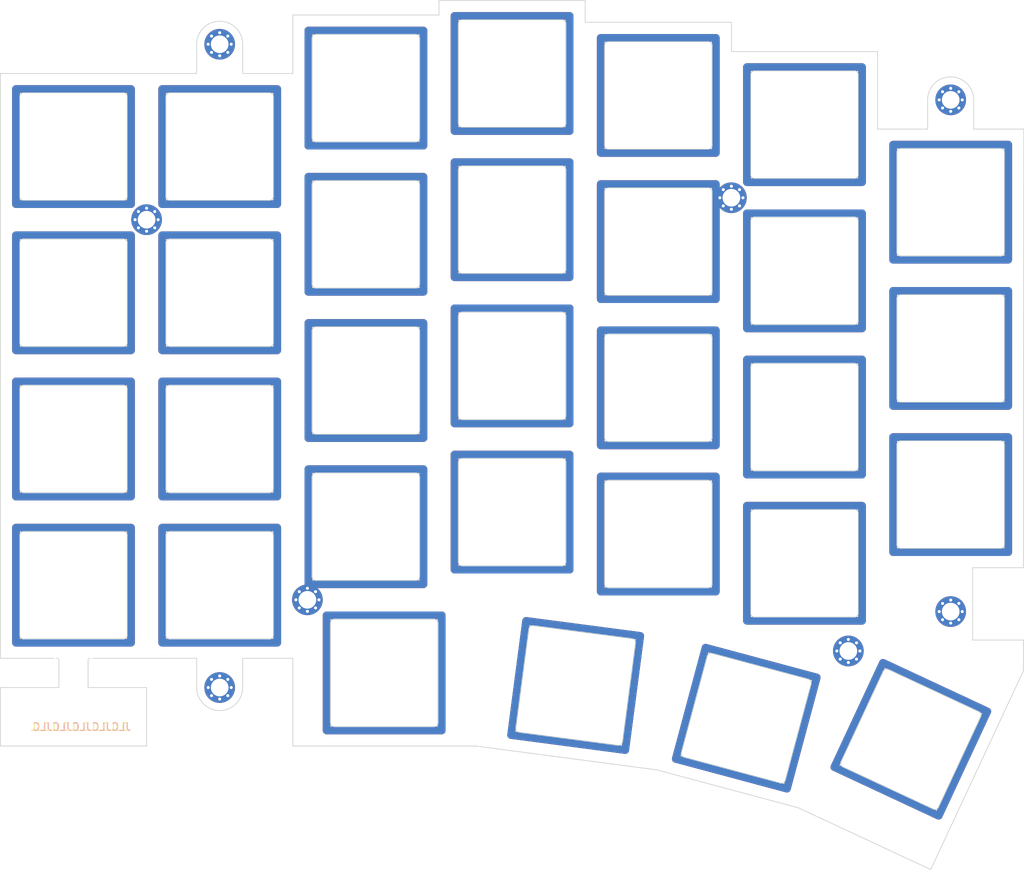
<source format=kicad_pcb>
(kicad_pcb (version 20221018) (generator pcbnew)
  (layers (0 "F.Cu" signal) (31 "B.Cu" signal) (34 "B.Paste" user) (35 "F.Paste" user) (36 "B.SilkS" user "B.Silkscreen") (37 "F.SilkS" user "F.Silkscreen") (38 "B.Mask" user) (39 "F.Mask" user) (44 "Edge.Cuts" user))
  (net 0 "")
  (footprint "0_tako:plate_cut_ecs_pad_NIZ" (layer "F.Cu") (at 141.97 31.4325)
    (fp_text reference "SW5")
    (fp_text value "SW_PUSH" hide)
    (fp_rect (start -7.5 -7.5) (end 7.5 7.5) (stroke (width 1)) (fill none) (layer "F.Cu"))
    (fp_rect (start -7.5 -7.5) (end 7.5 7.5) (stroke (width 1)) (fill none) (layer "B.Cu"))
    (fp_line (start -7 -6.5) (end -7 6.5) (stroke (width 0.1)) (layer "Edge.Cuts"))
    (fp_line (start -6.5 -7) (end 6.5 -7) (stroke (width 0.1)) (layer "Edge.Cuts"))
    (fp_line (start -6.5 7) (end 6.5 7) (stroke (width 0.1)) (layer "Edge.Cuts"))
    (fp_line (start 7 -6.5) (end 7 6.5) (stroke (width 0.1)) (layer "Edge.Cuts"))
    (fp_arc (start -7 -6.5) (mid -6.853553 -6.853553) (end -6.5 -7) (stroke (width 0.1)) (layer "Edge.Cuts"))
    (fp_arc (start -6.5 7) (mid -6.853526 6.853526) (end -7 6.5) (stroke (width 0.1)) (layer "Edge.Cuts"))
    (fp_arc (start 6.5 -7) (mid 6.853524 -6.853524) (end 7 -6.5) (stroke (width 0.1)) (layer "Edge.Cuts"))
    (fp_arc (start 7 6.5) (mid 6.853553 6.853553) (end 6.5 7) (stroke (width 0.1)) (layer "Edge.Cuts"))
  )
  (footprint "0_tako:plate_cut_ecs_pad_NIZ" (layer "F.Cu") (at 174.8755 115.327427 65)
    (fp_text reference "SW31")
    (fp_text value "SW_PUSH" hide)
    (fp_rect (start -7.5 -7.5) (end 7.5 7.5) (stroke (width 1)) (fill none) (layer "F.Cu"))
    (fp_rect (start -7.5 -7.5) (end 7.5 7.5) (stroke (width 1)) (fill none) (layer "B.Cu"))
    (fp_line (start -7 -6.5) (end -7 6.5) (stroke (width 0.1)) (layer "Edge.Cuts"))
    (fp_line (start -6.5 -7) (end 6.5 -7) (stroke (width 0.1)) (layer "Edge.Cuts"))
    (fp_line (start -6.5 7) (end 6.5 7) (stroke (width 0.1)) (layer "Edge.Cuts"))
    (fp_line (start 7 -6.5) (end 7 6.5) (stroke (width 0.1)) (layer "Edge.Cuts"))
    (fp_arc (start -7 -6.5) (mid -6.853553 -6.853553) (end -6.5 -7) (stroke (width 0.1)) (layer "Edge.Cuts"))
    (fp_arc (start -6.5 7) (mid -6.853526 6.853525) (end -7 6.5) (stroke (width 0.1)) (layer "Edge.Cuts"))
    (fp_arc (start 6.5 -7) (mid 6.853524 -6.853524) (end 7 -6.5) (stroke (width 0.1)) (layer "Edge.Cuts"))
    (fp_arc (start 7 6.5) (mid 6.853553 6.853553) (end 6.5 7) (stroke (width 0.1)) (layer "Edge.Cuts"))
  )
  (footprint "0_tako:plate_cut_ecs_pad_NIZ" (layer "F.Cu") (at 153.43104 112.579 -15)
    (fp_text reference "SW30")
    (fp_text value "SW_PUSH" hide)
    (fp_rect (start -7.5 -7.5) (end 7.5 7.5) (stroke (width 1)) (fill none) (layer "F.Cu"))
    (fp_rect (start -7.5 -7.5) (end 7.5 7.5) (stroke (width 1)) (fill none) (layer "B.Cu"))
    (fp_line (start -7 -6.5) (end -7 6.5) (stroke (width 0.1)) (layer "Edge.Cuts"))
    (fp_line (start -6.5 -7) (end 6.5 -7) (stroke (width 0.1)) (layer "Edge.Cuts"))
    (fp_line (start -6.5 7) (end 6.5 7) (stroke (width 0.1)) (layer "Edge.Cuts"))
    (fp_line (start 7 -6.5) (end 7 6.5) (stroke (width 0.1)) (layer "Edge.Cuts"))
    (fp_arc (start -7 -6.5) (mid -6.853553 -6.853553) (end -6.5 -7) (stroke (width 0.1)) (layer "Edge.Cuts"))
    (fp_arc (start -6.5 7) (mid -6.853525 6.853526) (end -7 6.5) (stroke (width 0.1)) (layer "Edge.Cuts"))
    (fp_arc (start 6.5 -7) (mid 6.853524 -6.853524) (end 7 -6.5) (stroke (width 0.1)) (layer "Edge.Cuts"))
    (fp_arc (start 7 6.5) (mid 6.853553 6.853553) (end 6.5 7) (stroke (width 0.1)) (layer "Edge.Cuts"))
  )
  (footprint "0_kbd:M2_HOLE_v3" (layer "F.Cu") (at 166.735 103.8225)
    (fp_text reference "H1" hide)
    (fp_text value "MountingHole")
    (pad "1" thru_hole circle (at -1.5 0) (size 0.5 0.5) (drill 0.4) (layers "*.Cu" "*.Mask"))
    (pad "1" thru_hole circle (at -1.06 -1.06) (size 0.5 0.5) (drill 0.4) (layers "*.Cu" "*.Mask"))
    (pad "1" thru_hole circle (at -1.06 1.06) (size 0.5 0.5) (drill 0.4) (layers "*.Cu" "*.Mask"))
    (pad "1" thru_hole circle (at 0 -1.5) (size 0.5 0.5) (drill 0.4) (layers "*.Cu" "*.Mask"))
    (pad "1" thru_hole circle (at 0 0) (size 4 4) (drill 2.3) (layers "*.Cu" "*.Mask"))
    (pad "1" thru_hole circle (at 0 1.5) (size 0.5 0.5) (drill 0.4) (layers "*.Cu" "*.Mask"))
    (pad "1" thru_hole circle (at 1.06 -1.06) (size 0.5 0.5) (drill 0.4) (layers "*.Cu" "*.Mask"))
    (pad "1" thru_hole circle (at 1.06 1.06) (size 0.5 0.5) (drill 0.4) (layers "*.Cu" "*.Mask"))
    (pad "1" thru_hole circle (at 1.5 0) (size 0.5 0.5) (drill 0.4) (layers "*.Cu" "*.Mask"))
  )
  (footprint "0_kbd:M2_HOLE_v3" (layer "F.Cu") (at 180.07 98.687573)
    (fp_text reference "H3" hide)
    (fp_text value "MountingHole")
    (pad "1" thru_hole circle (at -1.5 0) (size 0.5 0.5) (drill 0.4) (layers "*.Cu" "*.Mask"))
    (pad "1" thru_hole circle (at -1.06 -1.06) (size 0.5 0.5) (drill 0.4) (layers "*.Cu" "*.Mask"))
    (pad "1" thru_hole circle (at -1.06 1.06) (size 0.5 0.5) (drill 0.4) (layers "*.Cu" "*.Mask"))
    (pad "1" thru_hole circle (at 0 -1.5) (size 0.5 0.5) (drill 0.4) (layers "*.Cu" "*.Mask"))
    (pad "1" thru_hole circle (at 0 0) (size 4 4) (drill 2.3) (layers "*.Cu" "*.Mask"))
    (pad "1" thru_hole circle (at 0 1.5) (size 0.5 0.5) (drill 0.4) (layers "*.Cu" "*.Mask"))
    (pad "1" thru_hole circle (at 1.06 -1.06) (size 0.5 0.5) (drill 0.4) (layers "*.Cu" "*.Mask"))
    (pad "1" thru_hole circle (at 1.06 1.06) (size 0.5 0.5) (drill 0.4) (layers "*.Cu" "*.Mask"))
    (pad "1" thru_hole circle (at 1.5 0) (size 0.5 0.5) (drill 0.4) (layers "*.Cu" "*.Mask"))
  )
  (footprint "0_tako:plate_cut_ecs_pad_NIZ" (layer "F.Cu") (at 141.97 69.5325)
    (fp_text reference "SW18")
    (fp_text value "SW_PUSH" hide)
    (fp_rect (start -7.5 -7.5) (end 7.5 7.5) (stroke (width 1)) (fill none) (layer "F.Cu"))
    (fp_rect (start -7.5 -7.5) (end 7.5 7.5) (stroke (width 1)) (fill none) (layer "B.Cu"))
    (fp_line (start -7 -6.5) (end -7 6.5) (stroke (width 0.1)) (layer "Edge.Cuts"))
    (fp_line (start -6.5 -7) (end 6.5 -7) (stroke (width 0.1)) (layer "Edge.Cuts"))
    (fp_line (start -6.5 7) (end 6.5 7) (stroke (width 0.1)) (layer "Edge.Cuts"))
    (fp_line (start 7 -6.5) (end 7 6.5) (stroke (width 0.1)) (layer "Edge.Cuts"))
    (fp_arc (start -7 -6.5) (mid -6.853553 -6.853553) (end -6.5 -7) (stroke (width 0.1)) (layer "Edge.Cuts"))
    (fp_arc (start -6.5 7) (mid -6.853526 6.853526) (end -7 6.5) (stroke (width 0.1)) (layer "Edge.Cuts"))
    (fp_arc (start 6.5 -7) (mid 6.853524 -6.853524) (end 7 -6.5) (stroke (width 0.1)) (layer "Edge.Cuts"))
    (fp_arc (start 7 6.5) (mid 6.853553 6.853553) (end 6.5 7) (stroke (width 0.1)) (layer "Edge.Cuts"))
  )
  (footprint "0_tako:plate_cut_ecs_pad_NIZ" (layer "F.Cu") (at 141.97 88.5825)
    (fp_text reference "SW25")
    (fp_text value "SW_PUSH" hide)
    (fp_rect (start -7.5 -7.5) (end 7.5 7.5) (stroke (width 1)) (fill none) (layer "F.Cu"))
    (fp_rect (start -7.5 -7.5) (end 7.5 7.5) (stroke (width 1)) (fill none) (layer "B.Cu"))
    (fp_line (start -7 -6.5) (end -7 6.5) (stroke (width 0.1)) (layer "Edge.Cuts"))
    (fp_line (start -6.5 -7) (end 6.5 -7) (stroke (width 0.1)) (layer "Edge.Cuts"))
    (fp_line (start -6.5 7) (end 6.5 7) (stroke (width 0.1)) (layer "Edge.Cuts"))
    (fp_line (start 7 -6.5) (end 7 6.5) (stroke (width 0.1)) (layer "Edge.Cuts"))
    (fp_arc (start -7 -6.5) (mid -6.853553 -6.853553) (end -6.5 -7) (stroke (width 0.1)) (layer "Edge.Cuts"))
    (fp_arc (start -6.5 7) (mid -6.853526 6.853526) (end -7 6.5) (stroke (width 0.1)) (layer "Edge.Cuts"))
    (fp_arc (start 6.5 -7) (mid 6.853524 -6.853524) (end 7 -6.5) (stroke (width 0.1)) (layer "Edge.Cuts"))
    (fp_arc (start 7 6.5) (mid 6.853553 6.853553) (end 6.5 7) (stroke (width 0.1)) (layer "Edge.Cuts"))
  )
  (footprint "0_tako:plate_cut_ecs_pad_NIZ" (layer "F.Cu") (at 122.92 47.625)
    (fp_text reference "SW10")
    (fp_text value "SW_PUSH" hide)
    (fp_rect (start -7.5 -7.5) (end 7.5 7.5) (stroke (width 1)) (fill none) (layer "F.Cu"))
    (fp_rect (start -7.5 -7.5) (end 7.5 7.5) (stroke (width 1)) (fill none) (layer "B.Cu"))
    (fp_line (start -7 -6.5) (end -7 6.5) (stroke (width 0.1)) (layer "Edge.Cuts"))
    (fp_line (start -6.5 -7) (end 6.5 -7) (stroke (width 0.1)) (layer "Edge.Cuts"))
    (fp_line (start -6.5 7) (end 6.5 7) (stroke (width 0.1)) (layer "Edge.Cuts"))
    (fp_line (start 7 -6.5) (end 7 6.5) (stroke (width 0.1)) (layer "Edge.Cuts"))
    (fp_arc (start -7 -6.5) (mid -6.853553 -6.853553) (end -6.5 -7) (stroke (width 0.1)) (layer "Edge.Cuts"))
    (fp_arc (start -6.5 7) (mid -6.853526 6.853526) (end -7 6.5) (stroke (width 0.1)) (layer "Edge.Cuts"))
    (fp_arc (start 6.5 -7) (mid 6.853524 -6.853524) (end 7 -6.5) (stroke (width 0.1)) (layer "Edge.Cuts"))
    (fp_arc (start 7 6.5) (mid 6.853553 6.853553) (end 6.5 7) (stroke (width 0.1)) (layer "Edge.Cuts"))
  )
  (footprint "0_kbd:M2_HOLE_v3" (layer "F.Cu") (at 96.25 97.155)
    (fp_text reference "H2" hide)
    (fp_text value "MountingHole")
    (pad "1" thru_hole circle (at -1.5 0) (size 0.5 0.5) (drill 0.4) (layers "*.Cu" "*.Mask"))
    (pad "1" thru_hole circle (at -1.06 -1.06) (size 0.5 0.5) (drill 0.4) (layers "*.Cu" "*.Mask"))
    (pad "1" thru_hole circle (at -1.06 1.06) (size 0.5 0.5) (drill 0.4) (layers "*.Cu" "*.Mask"))
    (pad "1" thru_hole circle (at 0 -1.5) (size 0.5 0.5) (drill 0.4) (layers "*.Cu" "*.Mask"))
    (pad "1" thru_hole circle (at 0 0) (size 4 4) (drill 2.3) (layers "*.Cu" "*.Mask"))
    (pad "1" thru_hole circle (at 0 1.5) (size 0.5 0.5) (drill 0.4) (layers "*.Cu" "*.Mask"))
    (pad "1" thru_hole circle (at 1.06 -1.06) (size 0.5 0.5) (drill 0.4) (layers "*.Cu" "*.Mask"))
    (pad "1" thru_hole circle (at 1.06 1.06) (size 0.5 0.5) (drill 0.4) (layers "*.Cu" "*.Mask"))
    (pad "1" thru_hole circle (at 1.5 0) (size 0.5 0.5) (drill 0.4) (layers "*.Cu" "*.Mask"))
  )
  (footprint "0_tako:plate_cut_ecs_pad_NIZ" (layer "F.Cu") (at 65.77 57.15)
    (fp_text reference "SW7")
    (fp_text value "SW_PUSH" hide)
    (fp_rect (start -7.5 -7.5) (end 7.5 7.5) (stroke (width 1)) (fill none) (layer "F.Cu"))
    (fp_rect (start -7.5 -7.5) (end 7.5 7.5) (stroke (width 1)) (fill none) (layer "B.Cu"))
    (fp_line (start -7 -6.5) (end -7 6.5) (stroke (width 0.1)) (layer "Edge.Cuts"))
    (fp_line (start -6.5 -7) (end 6.5 -7) (stroke (width 0.1)) (layer "Edge.Cuts"))
    (fp_line (start -6.5 7) (end 6.5 7) (stroke (width 0.1)) (layer "Edge.Cuts"))
    (fp_line (start 7 -6.5) (end 7 6.5) (stroke (width 0.1)) (layer "Edge.Cuts"))
    (fp_arc (start -7 -6.5) (mid -6.853553 -6.853553) (end -6.5 -7) (stroke (width 0.1)) (layer "Edge.Cuts"))
    (fp_arc (start -6.5 7) (mid -6.853526 6.853526) (end -7 6.5) (stroke (width 0.1)) (layer "Edge.Cuts"))
    (fp_arc (start 6.5 -7) (mid 6.853524 -6.853524) (end 7 -6.5) (stroke (width 0.1)) (layer "Edge.Cuts"))
    (fp_arc (start 7 6.5) (mid 6.853553 6.853553) (end 6.5 7) (stroke (width 0.1)) (layer "Edge.Cuts"))
  )
  (footprint "0_tako:plate_cut_ecs_pad_NIZ" (layer "F.Cu") (at 103.87 68.58)
    (fp_text reference "SW16")
    (fp_text value "SW_PUSH" hide)
    (fp_rect (start -7.5 -7.5) (end 7.5 7.5) (stroke (width 1)) (fill none) (layer "F.Cu"))
    (fp_rect (start -7.5 -7.5) (end 7.5 7.5) (stroke (width 1)) (fill none) (layer "B.Cu"))
    (fp_line (start -7 -6.5) (end -7 6.5) (stroke (width 0.1)) (layer "Edge.Cuts"))
    (fp_line (start -6.5 -7) (end 6.5 -7) (stroke (width 0.1)) (layer "Edge.Cuts"))
    (fp_line (start -6.5 7) (end 6.5 7) (stroke (width 0.1)) (layer "Edge.Cuts"))
    (fp_line (start 7 -6.5) (end 7 6.5) (stroke (width 0.1)) (layer "Edge.Cuts"))
    (fp_arc (start -7 -6.5) (mid -6.853553 -6.853553) (end -6.5 -7) (stroke (width 0.1)) (layer "Edge.Cuts"))
    (fp_arc (start -6.5 7) (mid -6.853526 6.853526) (end -7 6.5) (stroke (width 0.1)) (layer "Edge.Cuts"))
    (fp_arc (start 6.5 -7) (mid 6.853524 -6.853524) (end 7 -6.5) (stroke (width 0.1)) (layer "Edge.Cuts"))
    (fp_arc (start 7 6.5) (mid 6.853553 6.853553) (end 6.5 7) (stroke (width 0.1)) (layer "Edge.Cuts"))
  )
  (footprint "0_tako:plate_cut_ecs_pad_NIZ" (layer "F.Cu") (at 180.07 45.347573)
    (fp_text reference "SW13")
    (fp_text value "SW_PUSH" hide)
    (fp_rect (start -7.5 -7.5) (end 7.5 7.5) (stroke (width 1)) (fill none) (layer "F.Cu"))
    (fp_rect (start -7.5 -7.5) (end 7.5 7.5) (stroke (width 1)) (fill none) (layer "B.Cu"))
    (fp_line (start -7 -6.5) (end -7 6.5) (stroke (width 0.1)) (layer "Edge.Cuts"))
    (fp_line (start -6.5 -7) (end 6.5 -7) (stroke (width 0.1)) (layer "Edge.Cuts"))
    (fp_line (start -6.5 7) (end 6.5 7) (stroke (width 0.1)) (layer "Edge.Cuts"))
    (fp_line (start 7 -6.5) (end 7 6.5) (stroke (width 0.1)) (layer "Edge.Cuts"))
    (fp_arc (start -7 -6.5) (mid -6.853553 -6.853553) (end -6.5 -7) (stroke (width 0.1)) (layer "Edge.Cuts"))
    (fp_arc (start -6.5 7) (mid -6.853526 6.853526) (end -7 6.5) (stroke (width 0.1)) (layer "Edge.Cuts"))
    (fp_arc (start 6.5 -7) (mid 6.853524 -6.853524) (end 7 -6.5) (stroke (width 0.1)) (layer "Edge.Cuts"))
    (fp_arc (start 7 6.5) (mid 6.853553 6.853553) (end 6.5 7) (stroke (width 0.1)) (layer "Edge.Cuts"))
  )
  (footprint "0_tako:plate_cut_ecs_pad_NIZ" (layer "F.Cu") (at 65.77 38.1)
    (fp_text reference "SW1")
    (fp_text value "SW_PUSH" hide)
    (fp_rect (start -7.5 -7.5) (end 7.5 7.5) (stroke (width 1)) (fill none) (layer "F.Cu"))
    (fp_rect (start -7.5 -7.5) (end 7.5 7.5) (stroke (width 1)) (fill none) (layer "B.Cu"))
    (fp_line (start -7 -6.5) (end -7 6.5) (stroke (width 0.1)) (layer "Edge.Cuts"))
    (fp_line (start -6.5 -7) (end 6.5 -7) (stroke (width 0.1)) (layer "Edge.Cuts"))
    (fp_line (start -6.5 7) (end 6.5 7) (stroke (width 0.1)) (layer "Edge.Cuts"))
    (fp_line (start 7 -6.5) (end 7 6.5) (stroke (width 0.1)) (layer "Edge.Cuts"))
    (fp_arc (start -7 -6.5) (mid -6.853553 -6.853553) (end -6.5 -7) (stroke (width 0.1)) (layer "Edge.Cuts"))
    (fp_arc (start -6.5 7) (mid -6.853526 6.853526) (end -7 6.5) (stroke (width 0.1)) (layer "Edge.Cuts"))
    (fp_arc (start 6.5 -7) (mid 6.853524 -6.853524) (end 7 -6.5) (stroke (width 0.1)) (layer "Edge.Cuts"))
    (fp_arc (start 7 6.5) (mid 6.853553 6.853553) (end 6.5 7) (stroke (width 0.1)) (layer "Edge.Cuts"))
  )
  (footprint "0_tako:plate_cut_ecs_pad_NIZ" (layer "F.Cu") (at 122.92 28.575)
    (fp_text reference "SW4")
    (fp_text value "SW_PUSH" hide)
    (fp_rect (start -7.5 -7.5) (end 7.5 7.5) (stroke (width 1)) (fill none) (layer "F.Cu"))
    (fp_rect (start -7.5 -7.5) (end 7.5 7.5) (stroke (width 1)) (fill none) (layer "B.Cu"))
    (fp_line (start -7 -6.5) (end -7 6.5) (stroke (width 0.1)) (layer "Edge.Cuts"))
    (fp_line (start -6.5 -7) (end 6.5 -7) (stroke (width 0.1)) (layer "Edge.Cuts"))
    (fp_line (start -6.5 7) (end 6.5 7) (stroke (width 0.1)) (layer "Edge.Cuts"))
    (fp_line (start 7 -6.5) (end 7 6.5) (stroke (width 0.1)) (layer "Edge.Cuts"))
    (fp_arc (start -7 -6.5) (mid -6.853553 -6.853553) (end -6.5 -7) (stroke (width 0.1)) (layer "Edge.Cuts"))
    (fp_arc (start -6.5 7) (mid -6.853526 6.853526) (end -7 6.5) (stroke (width 0.1)) (layer "Edge.Cuts"))
    (fp_arc (start 6.5 -7) (mid 6.853524 -6.853524) (end 7 -6.5) (stroke (width 0.1)) (layer "Edge.Cuts"))
    (fp_arc (start 7 6.5) (mid 6.853553 6.853553) (end 6.5 7) (stroke (width 0.1)) (layer "Edge.Cuts"))
  )
  (footprint "0_kbd:M2_HOLE_v3" (layer "F.Cu") (at 84.82 24.765)
    (fp_text reference "H3" hide)
    (fp_text value "MountingHole")
    (pad "1" thru_hole circle (at -1.5 0) (size 0.5 0.5) (drill 0.4) (layers "*.Cu" "*.Mask"))
    (pad "1" thru_hole circle (at -1.06 -1.06) (size 0.5 0.5) (drill 0.4) (layers "*.Cu" "*.Mask"))
    (pad "1" thru_hole circle (at -1.06 1.06) (size 0.5 0.5) (drill 0.4) (layers "*.Cu" "*.Mask"))
    (pad "1" thru_hole circle (at 0 -1.5) (size 0.5 0.5) (drill 0.4) (layers "*.Cu" "*.Mask"))
    (pad "1" thru_hole circle (at 0 0) (size 4 4) (drill 2.3) (layers "*.Cu" "*.Mask"))
    (pad "1" thru_hole circle (at 0 1.5) (size 0.5 0.5) (drill 0.4) (layers "*.Cu" "*.Mask"))
    (pad "1" thru_hole circle (at 1.06 -1.06) (size 0.5 0.5) (drill 0.4) (layers "*.Cu" "*.Mask"))
    (pad "1" thru_hole circle (at 1.06 1.06) (size 0.5 0.5) (drill 0.4) (layers "*.Cu" "*.Mask"))
    (pad "1" thru_hole circle (at 1.5 0) (size 0.5 0.5) (drill 0.4) (layers "*.Cu" "*.Mask"))
  )
  (footprint "0_tako:plate_cut_ecs_pad_NIZ" (layer "F.Cu") (at 65.77 95.25)
    (fp_text reference "SW21")
    (fp_text value "SW_PUSH" hide)
    (fp_rect (start -7.5 -7.5) (end 7.5 7.5) (stroke (width 1)) (fill none) (layer "F.Cu"))
    (fp_rect (start -7.5 -7.5) (end 7.5 7.5) (stroke (width 1)) (fill none) (layer "B.Cu"))
    (fp_line (start -7 -6.5) (end -7 6.5) (stroke (width 0.1)) (layer "Edge.Cuts"))
    (fp_line (start -6.5 -7) (end 6.5 -7) (stroke (width 0.1)) (layer "Edge.Cuts"))
    (fp_line (start -6.5 7) (end 6.5 7) (stroke (width 0.1)) (layer "Edge.Cuts"))
    (fp_line (start 7 -6.5) (end 7 6.5) (stroke (width 0.1)) (layer "Edge.Cuts"))
    (fp_arc (start -7 -6.5) (mid -6.853553 -6.853553) (end -6.5 -7) (stroke (width 0.1)) (layer "Edge.Cuts"))
    (fp_arc (start -6.5 7) (mid -6.853526 6.853526) (end -7 6.5) (stroke (width 0.1)) (layer "Edge.Cuts"))
    (fp_arc (start 6.5 -7) (mid 6.853524 -6.853524) (end 7 -6.5) (stroke (width 0.1)) (layer "Edge.Cuts"))
    (fp_arc (start 7 6.5) (mid 6.853553 6.853553) (end 6.5 7) (stroke (width 0.1)) (layer "Edge.Cuts"))
  )
  (footprint "0_tako:plate_cut_ecs_pad_NIZ" (layer "F.Cu") (at 103.87 87.63)
    (fp_text reference "SW23")
    (fp_text value "SW_PUSH" hide)
    (fp_rect (start -7.5 -7.5) (end 7.5 7.5) (stroke (width 1)) (fill none) (layer "F.Cu"))
    (fp_rect (start -7.5 -7.5) (end 7.5 7.5) (stroke (width 1)) (fill none) (layer "B.Cu"))
    (fp_line (start -7 -6.5) (end -7 6.5) (stroke (width 0.1)) (layer "Edge.Cuts"))
    (fp_line (start -6.5 -7) (end 6.5 -7) (stroke (width 0.1)) (layer "Edge.Cuts"))
    (fp_line (start -6.5 7) (end 6.5 7) (stroke (width 0.1)) (layer "Edge.Cuts"))
    (fp_line (start 7 -6.5) (end 7 6.5) (stroke (width 0.1)) (layer "Edge.Cuts"))
    (fp_arc (start -7 -6.5) (mid -6.853553 -6.853553) (end -6.5 -7) (stroke (width 0.1)) (layer "Edge.Cuts"))
    (fp_arc (start -6.5 7) (mid -6.853526 6.853526) (end -7 6.5) (stroke (width 0.1)) (layer "Edge.Cuts"))
    (fp_arc (start 6.5 -7) (mid 6.853524 -6.853524) (end 7 -6.5) (stroke (width 0.1)) (layer "Edge.Cuts"))
    (fp_arc (start 7 6.5) (mid 6.853553 6.853553) (end 6.5 7) (stroke (width 0.1)) (layer "Edge.Cuts"))
  )
  (footprint "0_tako:plate_cut_ecs_pad_NIZ" (layer "F.Cu") (at 84.82 57.15)
    (fp_text reference "SW8")
    (fp_text value "SW_PUSH" hide)
    (fp_rect (start -7.5 -7.5) (end 7.5 7.5) (stroke (width 1)) (fill none) (layer "F.Cu"))
    (fp_rect (start -7.5 -7.5) (end 7.5 7.5) (stroke (width 1)) (fill none) (layer "B.Cu"))
    (fp_line (start -7 -6.5) (end -7 6.5) (stroke (width 0.1)) (layer "Edge.Cuts"))
    (fp_line (start -6.5 -7) (end 6.5 -7) (stroke (width 0.1)) (layer "Edge.Cuts"))
    (fp_line (start -6.5 7) (end 6.5 7) (stroke (width 0.1)) (layer "Edge.Cuts"))
    (fp_line (start 7 -6.5) (end 7 6.5) (stroke (width 0.1)) (layer "Edge.Cuts"))
    (fp_arc (start -7 -6.5) (mid -6.853553 -6.853553) (end -6.5 -7) (stroke (width 0.1)) (layer "Edge.Cuts"))
    (fp_arc (start -6.5 7) (mid -6.853526 6.853526) (end -7 6.5) (stroke (width 0.1)) (layer "Edge.Cuts"))
    (fp_arc (start 6.5 -7) (mid 6.853524 -6.853524) (end 7 -6.5) (stroke (width 0.1)) (layer "Edge.Cuts"))
    (fp_arc (start 7 6.5) (mid 6.853553 6.853553) (end 6.5 7) (stroke (width 0.1)) (layer "Edge.Cuts"))
  )
  (footprint "0_tako:plate_cut_ecs_pad_NIZ" (layer "F.Cu") (at 65.77 76.2)
    (fp_text reference "SW14")
    (fp_text value "SW_PUSH" hide)
    (fp_rect (start -7.5 -7.5) (end 7.5 7.5) (stroke (width 1)) (fill none) (layer "F.Cu"))
    (fp_rect (start -7.5 -7.5) (end 7.5 7.5) (stroke (width 1)) (fill none) (layer "B.Cu"))
    (fp_line (start -7 -6.5) (end -7 6.5) (stroke (width 0.1)) (layer "Edge.Cuts"))
    (fp_line (start -6.5 -7) (end 6.5 -7) (stroke (width 0.1)) (layer "Edge.Cuts"))
    (fp_line (start -6.5 7) (end 6.5 7) (stroke (width 0.1)) (layer "Edge.Cuts"))
    (fp_line (start 7 -6.5) (end 7 6.5) (stroke (width 0.1)) (layer "Edge.Cuts"))
    (fp_arc (start -7 -6.5) (mid -6.853553 -6.853553) (end -6.5 -7) (stroke (width 0.1)) (layer "Edge.Cuts"))
    (fp_arc (start -6.5 7) (mid -6.853526 6.853526) (end -7 6.5) (stroke (width 0.1)) (layer "Edge.Cuts"))
    (fp_arc (start 6.5 -7) (mid 6.853524 -6.853524) (end 7 -6.5) (stroke (width 0.1)) (layer "Edge.Cuts"))
    (fp_arc (start 7 6.5) (mid 6.853553 6.853553) (end 6.5 7) (stroke (width 0.1)) (layer "Edge.Cuts"))
  )
  (footprint "0_tako:plate_cut_ecs_pad_NIZ" (layer "F.Cu") (at 161.02 73.3425)
    (fp_text reference "SW19")
    (fp_text value "SW_PUSH" hide)
    (fp_rect (start -7.5 -7.5) (end 7.5 7.5) (stroke (width 1)) (fill none) (layer "F.Cu"))
    (fp_rect (start -7.5 -7.5) (end 7.5 7.5) (stroke (width 1)) (fill none) (layer "B.Cu"))
    (fp_line (start -7 -6.5) (end -7 6.5) (stroke (width 0.1)) (layer "Edge.Cuts"))
    (fp_line (start -6.5 -7) (end 6.5 -7) (stroke (width 0.1)) (layer "Edge.Cuts"))
    (fp_line (start -6.5 7) (end 6.5 7) (stroke (width 0.1)) (layer "Edge.Cuts"))
    (fp_line (start 7 -6.5) (end 7 6.5) (stroke (width 0.1)) (layer "Edge.Cuts"))
    (fp_arc (start -7 -6.5) (mid -6.853553 -6.853553) (end -6.5 -7) (stroke (width 0.1)) (layer "Edge.Cuts"))
    (fp_arc (start -6.5 7) (mid -6.853526 6.853526) (end -7 6.5) (stroke (width 0.1)) (layer "Edge.Cuts"))
    (fp_arc (start 6.5 -7) (mid 6.853524 -6.853524) (end 7 -6.5) (stroke (width 0.1)) (layer "Edge.Cuts"))
    (fp_arc (start 7 6.5) (mid 6.853553 6.853553) (end 6.5 7) (stroke (width 0.1)) (layer "Edge.Cuts"))
  )
  (footprint "0_kbd:M2_HOLE_v3" (layer "F.Cu") (at 84.82 108.585)
    (fp_text reference "H3" hide)
    (fp_text value "MountingHole")
    (pad "1" thru_hole circle (at -1.5 0) (size 0.5 0.5) (drill 0.4) (layers "*.Cu" "*.Mask"))
    (pad "1" thru_hole circle (at -1.06 -1.06) (size 0.5 0.5) (drill 0.4) (layers "*.Cu" "*.Mask"))
    (pad "1" thru_hole circle (at -1.06 1.06) (size 0.5 0.5) (drill 0.4) (layers "*.Cu" "*.Mask"))
    (pad "1" thru_hole circle (at 0 -1.5) (size 0.5 0.5) (drill 0.4) (layers "*.Cu" "*.Mask"))
    (pad "1" thru_hole circle (at 0 0) (size 4 4) (drill 2.3) (layers "*.Cu" "*.Mask"))
    (pad "1" thru_hole circle (at 0 1.5) (size 0.5 0.5) (drill 0.4) (layers "*.Cu" "*.Mask"))
    (pad "1" thru_hole circle (at 1.06 -1.06) (size 0.5 0.5) (drill 0.4) (layers "*.Cu" "*.Mask"))
    (pad "1" thru_hole circle (at 1.06 1.06) (size 0.5 0.5) (drill 0.4) (layers "*.Cu" "*.Mask"))
    (pad "1" thru_hole circle (at 1.5 0) (size 0.5 0.5) (drill 0.4) (layers "*.Cu" "*.Mask"))
  )
  (footprint "0_tako:plate_cut_ecs_pad_NIZ" (layer "F.Cu") (at 141.97 50.4825)
    (fp_text reference "SW11")
    (fp_text value "SW_PUSH" hide)
    (fp_rect (start -7.5 -7.5) (end 7.5 7.5) (stroke (width 1)) (fill none) (layer "F.Cu"))
    (fp_rect (start -7.5 -7.5) (end 7.5 7.5) (stroke (width 1)) (fill none) (layer "B.Cu"))
    (fp_line (start -7 -6.5) (end -7 6.5) (stroke (width 0.1)) (layer "Edge.Cuts"))
    (fp_line (start -6.5 -7) (end 6.5 -7) (stroke (width 0.1)) (layer "Edge.Cuts"))
    (fp_line (start -6.5 7) (end 6.5 7) (stroke (width 0.1)) (layer "Edge.Cuts"))
    (fp_line (start 7 -6.5) (end 7 6.5) (stroke (width 0.1)) (layer "Edge.Cuts"))
    (fp_arc (start -7 -6.5) (mid -6.853553 -6.853553) (end -6.5 -7) (stroke (width 0.1)) (layer "Edge.Cuts"))
    (fp_arc (start -6.5 7) (mid -6.853526 6.853526) (end -7 6.5) (stroke (width 0.1)) (layer "Edge.Cuts"))
    (fp_arc (start 6.5 -7) (mid 6.853524 -6.853524) (end 7 -6.5) (stroke (width 0.1)) (layer "Edge.Cuts"))
    (fp_arc (start 7 6.5) (mid 6.853553 6.853553) (end 6.5 7) (stroke (width 0.1)) (layer "Edge.Cuts"))
  )
  (footprint "0_kbd:M2_HOLE_v3" (layer "F.Cu") (at 180.07 32.012573)
    (fp_text reference "H3" hide)
    (fp_text value "MountingHole")
    (pad "1" thru_hole circle (at -1.5 0) (size 0.5 0.5) (drill 0.4) (layers "*.Cu" "*.Mask"))
    (pad "1" thru_hole circle (at -1.06 -1.06) (size 0.5 0.5) (drill 0.4) (layers "*.Cu" "*.Mask"))
    (pad "1" thru_hole circle (at -1.06 1.06) (size 0.5 0.5) (drill 0.4) (layers "*.Cu" "*.Mask"))
    (pad "1" thru_hole circle (at 0 -1.5) (size 0.5 0.5) (drill 0.4) (layers "*.Cu" "*.Mask"))
    (pad "1" thru_hole circle (at 0 0) (size 4 4) (drill 2.3) (layers "*.Cu" "*.Mask"))
    (pad "1" thru_hole circle (at 0 1.5) (size 0.5 0.5) (drill 0.4) (layers "*.Cu" "*.Mask"))
    (pad "1" thru_hole circle (at 1.06 -1.06) (size 0.5 0.5) (drill 0.4) (layers "*.Cu" "*.Mask"))
    (pad "1" thru_hole circle (at 1.06 1.06) (size 0.5 0.5) (drill 0.4) (layers "*.Cu" "*.Mask"))
    (pad "1" thru_hole circle (at 1.5 0) (size 0.5 0.5) (drill 0.4) (layers "*.Cu" "*.Mask"))
  )
  (footprint "0_tako:plate_cut_ecs_pad_NIZ" (layer "F.Cu") (at 180.07 64.397573)
    (fp_text reference "SW20")
    (fp_text value "SW_PUSH" hide)
    (fp_rect (start -7.5 -7.5) (end 7.5 7.5) (stroke (width 1)) (fill none) (layer "F.Cu"))
    (fp_rect (start -7.5 -7.5) (end 7.5 7.5) (stroke (width 1)) (fill none) (layer "B.Cu"))
    (fp_line (start -7 -6.5) (end -7 6.5) (stroke (width 0.1)) (layer "Edge.Cuts"))
    (fp_line (start -6.5 -7) (end 6.5 -7) (stroke (width 0.1)) (layer "Edge.Cuts"))
    (fp_line (start -6.5 7) (end 6.5 7) (stroke (width 0.1)) (layer "Edge.Cuts"))
    (fp_line (start 7 -6.5) (end 7 6.5) (stroke (width 0.1)) (layer "Edge.Cuts"))
    (fp_arc (start -7 -6.5) (mid -6.853553 -6.853553) (end -6.5 -7) (stroke (width 0.1)) (layer "Edge.Cuts"))
    (fp_arc (start -6.5 7) (mid -6.853526 6.853526) (end -7 6.5) (stroke (width 0.1)) (layer "Edge.Cuts"))
    (fp_arc (start 6.5 -7) (mid 6.853524 -6.853524) (end 7 -6.5) (stroke (width 0.1)) (layer "Edge.Cuts"))
    (fp_arc (start 7 6.5) (mid 6.853553 6.853553) (end 6.5 7) (stroke (width 0.1)) (layer "Edge.Cuts"))
  )
  (footprint "0_kbd:Breakaway_Tabs" (layer "F.Cu") (at 65.77 104.775)
    (fp_text reference "REF**")
    (fp_text value "Breakaway_Tabs")
    (pad "" np_thru_hole circle (at -2.375 0) (size 0.3 0.3) (drill 0.3) (layers "*.Cu" "*.Mask"))
    (pad "" np_thru_hole circle (at -1.78125 0) (size 0.3 0.3) (drill 0.3) (layers "*.Cu" "*.Mask"))
    (pad "" np_thru_hole circle (at -1.1875 0) (size 0.3 0.3) (drill 0.3) (layers "*.Cu" "*.Mask"))
    (pad "" np_thru_hole circle (at -0.59375 0) (size 0.3 0.3) (drill 0.3) (layers "*.Cu" "*.Mask"))
    (pad "" np_thru_hole circle (at 0 0) (size 0.3 0.3) (drill 0.3) (layers "*.Cu" "*.Mask"))
    (pad "" np_thru_hole circle (at 0.59375 0) (size 0.3 0.3) (drill 0.3) (layers "*.Cu" "*.Mask"))
    (pad "" np_thru_hole circle (at 1.1875 0) (size 0.3 0.3) (drill 0.3) (layers "*.Cu" "*.Mask"))
    (pad "" np_thru_hole circle (at 1.78125 0) (size 0.3 0.3) (drill 0.3) (layers "*.Cu" "*.Mask"))
    (pad "" np_thru_hole circle (at 2.375 0) (size 0.3 0.3) (drill 0.3) (layers "*.Cu" "*.Mask"))
  )
  (footprint "0_tako:plate_cut_ecs_pad_NIZ" (layer "F.Cu") (at 180.07 83.447573)
    (fp_text reference "SW27")
    (fp_text value "SW_PUSH" hide)
    (fp_rect (start -7.5 -7.5) (end 7.5 7.5) (stroke (width 1)) (fill none) (layer "F.Cu"))
    (fp_rect (start -7.5 -7.5) (end 7.5 7.5) (stroke (width 1)) (fill none) (layer "B.Cu"))
    (fp_line (start -7 -6.5) (end -7 6.5) (stroke (width 0.1)) (layer "Edge.Cuts"))
    (fp_line (start -6.5 -7) (end 6.5 -7) (stroke (width 0.1)) (layer "Edge.Cuts"))
    (fp_line (start -6.5 7) (end 6.5 7) (stroke (width 0.1)) (layer "Edge.Cuts"))
    (fp_line (start 7 -6.5) (end 7 6.5) (stroke (width 0.1)) (layer "Edge.Cuts"))
    (fp_arc (start -7 -6.5) (mid -6.853553 -6.853553) (end -6.5 -7) (stroke (width 0.1)) (layer "Edge.Cuts"))
    (fp_arc (start -6.5 7) (mid -6.853526 6.853526) (end -7 6.5) (stroke (width 0.1)) (layer "Edge.Cuts"))
    (fp_arc (start 6.5 -7) (mid 6.853524 -6.853524) (end 7 -6.5) (stroke (width 0.1)) (layer "Edge.Cuts"))
    (fp_arc (start 7 6.5) (mid 6.853553 6.853553) (end 6.5 7) (stroke (width 0.1)) (layer "Edge.Cuts"))
  )
  (footprint "0_tako:plate_cut_ecs_pad_NIZ" (layer "F.Cu") (at 84.82 38.1)
    (fp_text reference "SW2")
    (fp_text value "SW_PUSH" hide)
    (fp_rect (start -7.5 -7.5) (end 7.5 7.5) (stroke (width 1)) (fill none) (layer "F.Cu"))
    (fp_rect (start -7.5 -7.5) (end 7.5 7.5) (stroke (width 1)) (fill none) (layer "B.Cu"))
    (fp_line (start -7 -6.5) (end -7 6.5) (stroke (width 0.1)) (layer "Edge.Cuts"))
    (fp_line (start -6.5 -7) (end 6.5 -7) (stroke (width 0.1)) (layer "Edge.Cuts"))
    (fp_line (start -6.5 7) (end 6.5 7) (stroke (width 0.1)) (layer "Edge.Cuts"))
    (fp_line (start 7 -6.5) (end 7 6.5) (stroke (width 0.1)) (layer "Edge.Cuts"))
    (fp_arc (start -7 -6.5) (mid -6.853553 -6.853553) (end -6.5 -7) (stroke (width 0.1)) (layer "Edge.Cuts"))
    (fp_arc (start -6.5 7) (mid -6.853526 6.853526) (end -7 6.5) (stroke (width 0.1)) (layer "Edge.Cuts"))
    (fp_arc (start 6.5 -7) (mid 6.853524 -6.853524) (end 7 -6.5) (stroke (width 0.1)) (layer "Edge.Cuts"))
    (fp_arc (start 7 6.5) (mid 6.853553 6.853553) (end 6.5 7) (stroke (width 0.1)) (layer "Edge.Cuts"))
  )
  (footprint "0_tako:plate_cut_ecs_pad_NIZ" (layer "F.Cu") (at 161.02 54.2925)
    (fp_text reference "SW12")
    (fp_text value "SW_PUSH" hide)
    (fp_rect (start -7.5 -7.5) (end 7.5 7.5) (stroke (width 1)) (fill none) (layer "F.Cu"))
    (fp_rect (start -7.5 -7.5) (end 7.5 7.5) (stroke (width 1)) (fill none) (layer "B.Cu"))
    (fp_line (start -7 -6.5) (end -7 6.5) (stroke (width 0.1)) (layer "Edge.Cuts"))
    (fp_line (start -6.5 -7) (end 6.5 -7) (stroke (width 0.1)) (layer "Edge.Cuts"))
    (fp_line (start -6.5 7) (end 6.5 7) (stroke (width 0.1)) (layer "Edge.Cuts"))
    (fp_line (start 7 -6.5) (end 7 6.5) (stroke (width 0.1)) (layer "Edge.Cuts"))
    (fp_arc (start -7 -6.5) (mid -6.853553 -6.853553) (end -6.5 -7) (stroke (width 0.1)) (layer "Edge.Cuts"))
    (fp_arc (start -6.5 7) (mid -6.853526 6.853526) (end -7 6.5) (stroke (width 0.1)) (layer "Edge.Cuts"))
    (fp_arc (start 6.5 -7) (mid 6.853524 -6.853524) (end 7 -6.5) (stroke (width 0.1)) (layer "Edge.Cuts"))
    (fp_arc (start 7 6.5) (mid 6.853553 6.853553) (end 6.5 7) (stroke (width 0.1)) (layer "Edge.Cuts"))
  )
  (footprint "0_tako:plate_cut_ecs_pad_NIZ" (layer "F.Cu") (at 103.87 30.48)
    (fp_text reference "SW3")
    (fp_text value "SW_PUSH" hide)
    (fp_rect (start -7.5 -7.5) (end 7.5 7.5) (stroke (width 1)) (fill none) (layer "F.Cu"))
    (fp_rect (start -7.5 -7.5) (end 7.5 7.5) (stroke (width 1)) (fill none) (layer "B.Cu"))
    (fp_line (start -7 -6.5) (end -7 6.5) (stroke (width 0.1)) (layer "Edge.Cuts"))
    (fp_line (start -6.5 -7) (end 6.5 -7) (stroke (width 0.1)) (layer "Edge.Cuts"))
    (fp_line (start -6.5 7) (end 6.5 7) (stroke (width 0.1)) (layer "Edge.Cuts"))
    (fp_line (start 7 -6.5) (end 7 6.5) (stroke (width 0.1)) (layer "Edge.Cuts"))
    (fp_arc (start -7 -6.5) (mid -6.853553 -6.853553) (end -6.5 -7) (stroke (width 0.1)) (layer "Edge.Cuts"))
    (fp_arc (start -6.5 7) (mid -6.853526 6.853526) (end -7 6.5) (stroke (width 0.1)) (layer "Edge.Cuts"))
    (fp_arc (start 6.5 -7) (mid 6.853524 -6.853524) (end 7 -6.5) (stroke (width 0.1)) (layer "Edge.Cuts"))
    (fp_arc (start 7 6.5) (mid 6.853553 6.853553) (end 6.5 7) (stroke (width 0.1)) (layer "Edge.Cuts"))
  )
  (footprint "0_kbd:M2_HOLE_v3" (layer "F.Cu") (at 151.495 44.7675)
    (fp_text reference "H4" hide)
    (fp_text value "MountingHole")
    (pad "1" thru_hole circle (at -1.5 0) (size 0.5 0.5) (drill 0.4) (layers "*.Cu" "*.Mask"))
    (pad "1" thru_hole circle (at -1.06 -1.06) (size 0.5 0.5) (drill 0.4) (layers "*.Cu" "*.Mask"))
    (pad "1" thru_hole circle (at -1.06 1.06) (size 0.5 0.5) (drill 0.4) (layers "*.Cu" "*.Mask"))
    (pad "1" thru_hole circle (at 0 -1.5) (size 0.5 0.5) (drill 0.4) (layers "*.Cu" "*.Mask"))
    (pad "1" thru_hole circle (at 0 0) (size 4 4) (drill 2.3) (layers "*.Cu" "*.Mask"))
    (pad "1" thru_hole circle (at 0 1.5) (size 0.5 0.5) (drill 0.4) (layers "*.Cu" "*.Mask"))
    (pad "1" thru_hole circle (at 1.06 -1.06) (size 0.5 0.5) (drill 0.4) (layers "*.Cu" "*.Mask"))
    (pad "1" thru_hole circle (at 1.06 1.06) (size 0.5 0.5) (drill 0.4) (layers "*.Cu" "*.Mask"))
    (pad "1" thru_hole circle (at 1.5 0) (size 0.5 0.5) (drill 0.4) (layers "*.Cu" "*.Mask"))
  )
  (footprint "0_tako:plate_cut_ecs_pad_NIZ" (layer "F.Cu") (at 161.02 92.3925)
    (fp_text reference "SW26")
    (fp_text value "SW_PUSH" hide)
    (fp_rect (start -7.5 -7.5) (end 7.5 7.5) (stroke (width 1)) (fill none) (layer "F.Cu"))
    (fp_rect (start -7.5 -7.5) (end 7.5 7.5) (stroke (width 1)) (fill none) (layer "B.Cu"))
    (fp_line (start -7 -6.5) (end -7 6.5) (stroke (width 0.1)) (layer "Edge.Cuts"))
    (fp_line (start -6.5 -7) (end 6.5 -7) (stroke (width 0.1)) (layer "Edge.Cuts"))
    (fp_line (start -6.5 7) (end 6.5 7) (stroke (width 0.1)) (layer "Edge.Cuts"))
    (fp_line (start 7 -6.5) (end 7 6.5) (stroke (width 0.1)) (layer "Edge.Cuts"))
    (fp_arc (start -7 -6.5) (mid -6.853553 -6.853553) (end -6.5 -7) (stroke (width 0.1)) (layer "Edge.Cuts"))
    (fp_arc (start -6.5 7) (mid -6.853526 6.853526) (end -7 6.5) (stroke (width 0.1)) (layer "Edge.Cuts"))
    (fp_arc (start 6.5 -7) (mid 6.853524 -6.853524) (end 7 -6.5) (stroke (width 0.1)) (layer "Edge.Cuts"))
    (fp_arc (start 7 6.5) (mid 6.853553 6.853553) (end 6.5 7) (stroke (width 0.1)) (layer "Edge.Cuts"))
  )
  (footprint "0_tako:plate_cut_ecs_pad_NIZ" (layer "F.Cu") (at 84.82 76.2)
    (fp_text reference "SW15")
    (fp_text value "SW_PUSH" hide)
    (fp_rect (start -7.5 -7.5) (end 7.5 7.5) (stroke (width 1)) (fill none) (layer "F.Cu"))
    (fp_rect (start -7.5 -7.5) (end 7.5 7.5) (stroke (width 1)) (fill none) (layer "B.Cu"))
    (fp_line (start -7 -6.5) (end -7 6.5) (stroke (width 0.1)) (layer "Edge.Cuts"))
    (fp_line (start -6.5 -7) (end 6.5 -7) (stroke (width 0.1)) (layer "Edge.Cuts"))
    (fp_line (start -6.5 7) (end 6.5 7) (stroke (width 0.1)) (layer "Edge.Cuts"))
    (fp_line (start 7 -6.5) (end 7 6.5) (stroke (width 0.1)) (layer "Edge.Cuts"))
    (fp_arc (start -7 -6.5) (mid -6.853553 -6.853553) (end -6.5 -7) (stroke (width 0.1)) (layer "Edge.Cuts"))
    (fp_arc (start -6.5 7) (mid -6.853526 6.853526) (end -7 6.5) (stroke (width 0.1)) (layer "Edge.Cuts"))
    (fp_arc (start 6.5 -7) (mid 6.853524 -6.853524) (end 7 -6.5) (stroke (width 0.1)) (layer "Edge.Cuts"))
    (fp_arc (start 7 6.5) (mid 6.853553 6.853553) (end 6.5 7) (stroke (width 0.1)) (layer "Edge.Cuts"))
  )
  (footprint "0_kbd:M2_HOLE_v3" (layer "F.Cu") (at 75.295 47.625)
    (fp_text reference "H3" hide)
    (fp_text value "MountingHole")
    (pad "1" thru_hole circle (at -1.5 0) (size 0.5 0.5) (drill 0.4) (layers "*.Cu" "*.Mask"))
    (pad "1" thru_hole circle (at -1.06 -1.06) (size 0.5 0.5) (drill 0.4) (layers "*.Cu" "*.Mask"))
    (pad "1" thru_hole circle (at -1.06 1.06) (size 0.5 0.5) (drill 0.4) (layers "*.Cu" "*.Mask"))
    (pad "1" thru_hole circle (at 0 -1.5) (size 0.5 0.5) (drill 0.4) (layers "*.Cu" "*.Mask"))
    (pad "1" thru_hole circle (at 0 0) (size 4 4) (drill 2.3) (layers "*.Cu" "*.Mask"))
    (pad "1" thru_hole circle (at 0 1.5) (size 0.5 0.5) (drill 0.4) (layers "*.Cu" "*.Mask"))
    (pad "1" thru_hole circle (at 1.06 -1.06) (size 0.5 0.5) (drill 0.4) (layers "*.Cu" "*.Mask"))
    (pad "1" thru_hole circle (at 1.06 1.06) (size 0.5 0.5) (drill 0.4) (layers "*.Cu" "*.Mask"))
    (pad "1" thru_hole circle (at 1.5 0) (size 0.5 0.5) (drill 0.4) (layers "*.Cu" "*.Mask"))
  )
  (footprint "0_tako:plate_cut_ecs_pad_NIZ" (layer "F.Cu") (at 131.2045 108.316427 -7.5)
    (fp_text reference "SW29")
    (fp_text value "SW_PUSH" hide)
    (fp_rect (start -7.5 -7.5) (end 7.5 7.5) (stroke (width 1)) (fill none) (layer "F.Cu"))
    (fp_rect (start -7.5 -7.5) (end 7.5 7.5) (stroke (width 1)) (fill none) (layer "B.Cu"))
    (fp_line (start -7 -6.5) (end -7 6.5) (stroke (width 0.1)) (layer "Edge.Cuts"))
    (fp_line (start -6.5 -7) (end 6.5 -7) (stroke (width 0.1)) (layer "Edge.Cuts"))
    (fp_line (start -6.5 7) (end 6.5 7) (stroke (width 0.1)) (layer "Edge.Cuts"))
    (fp_line (start 7 -6.5) (end 7 6.5) (stroke (width 0.1)) (layer "Edge.Cuts"))
    (fp_arc (start -7 -6.5) (mid -6.853553 -6.853553) (end -6.5 -7) (stroke (width 0.1)) (layer "Edge.Cuts"))
    (fp_arc (start -6.5 7) (mid -6.853526 6.853525) (end -7 6.5) (stroke (width 0.1)) (layer "Edge.Cuts"))
    (fp_arc (start 6.5 -7) (mid 6.853524 -6.853524) (end 7 -6.5) (stroke (width 0.1)) (layer "Edge.Cuts"))
    (fp_arc (start 7 6.5) (mid 6.853553 6.853553) (end 6.5 7) (stroke (width 0.1)) (layer "Edge.Cuts"))
  )
  (footprint "0_tako:plate_cut_ecs_pad_NIZ" (layer "F.Cu") (at 122.92 66.675)
    (fp_text reference "SW17")
    (fp_text value "SW_PUSH" hide)
    (fp_rect (start -7.5 -7.5) (end 7.5 7.5) (stroke (width 1)) (fill none) (layer "F.Cu"))
    (fp_rect (start -7.5 -7.5) (end 7.5 7.5) (stroke (width 1)) (fill none) (layer "B.Cu"))
    (fp_line (start -7 -6.5) (end -7 6.5) (stroke (width 0.1)) (layer "Edge.Cuts"))
    (fp_line (start -6.5 -7) (end 6.5 -7) (stroke (width 0.1)) (layer "Edge.Cuts"))
    (fp_line (start -6.5 7) (end 6.5 7) (stroke (width 0.1)) (layer "Edge.Cuts"))
    (fp_line (start 7 -6.5) (end 7 6.5) (stroke (width 0.1)) (layer "Edge.Cuts"))
    (fp_arc (start -7 -6.5) (mid -6.853553 -6.853553) (end -6.5 -7) (stroke (width 0.1)) (layer "Edge.Cuts"))
    (fp_arc (start -6.5 7) (mid -6.853526 6.853526) (end -7 6.5) (stroke (width 0.1)) (layer "Edge.Cuts"))
    (fp_arc (start 6.5 -7) (mid 6.853524 -6.853524) (end 7 -6.5) (stroke (width 0.1)) (layer "Edge.Cuts"))
    (fp_arc (start 7 6.5) (mid 6.853553 6.853553) (end 6.5 7) (stroke (width 0.1)) (layer "Edge.Cuts"))
  )
  (footprint "0_tako:plate_cut_ecs_pad_NIZ" (layer "F.Cu") (at 122.92 85.725)
    (fp_text reference "SW24")
    (fp_text value "SW_PUSH" hide)
    (fp_rect (start -7.5 -7.5) (end 7.5 7.5) (stroke (width 1)) (fill none) (layer "F.Cu"))
    (fp_rect (start -7.5 -7.5) (end 7.5 7.5) (stroke (width 1)) (fill none) (layer "B.Cu"))
    (fp_line (start -7 -6.5) (end -7 6.5) (stroke (width 0.1)) (layer "Edge.Cuts"))
    (fp_line (start -6.5 -7) (end 6.5 -7) (stroke (width 0.1)) (layer "Edge.Cuts"))
    (fp_line (start -6.5 7) (end 6.5 7) (stroke (width 0.1)) (layer "Edge.Cuts"))
    (fp_line (start 7 -6.5) (end 7 6.5) (stroke (width 0.1)) (layer "Edge.Cuts"))
    (fp_arc (start -7 -6.5) (mid -6.853553 -6.853553) (end -6.5 -7) (stroke (width 0.1)) (layer "Edge.Cuts"))
    (fp_arc (start -6.5 7) (mid -6.853526 6.853526) (end -7 6.5) (stroke (width 0.1)) (layer "Edge.Cuts"))
    (fp_arc (start 6.5 -7) (mid 6.853524 -6.853524) (end 7 -6.5) (stroke (width 0.1)) (layer "Edge.Cuts"))
    (fp_arc (start 7 6.5) (mid 6.853553 6.853553) (end 6.5 7) (stroke (width 0.1)) (layer "Edge.Cuts"))
  )
  (footprint "0_tako:plate_cut_ecs_pad_NIZ" (layer "F.Cu") (at 106.251 106.680427)
    (fp_text reference "SW28")
    (fp_text value "SW_PUSH" hide)
    (fp_rect (start -7.5 -7.5) (end 7.5 7.5) (stroke (width 1)) (fill none) (layer "F.Cu"))
    (fp_rect (start -7.5 -7.5) (end 7.5 7.5) (stroke (width 1)) (fill none) (layer "B.Cu"))
    (fp_line (start -7 -6.5) (end -7 6.5) (stroke (width 0.1)) (layer "Edge.Cuts"))
    (fp_line (start -6.5 -7) (end 6.5 -7) (stroke (width 0.1)) (layer "Edge.Cuts"))
    (fp_line (start -6.5 7) (end 6.5 7) (stroke (width 0.1)) (layer "Edge.Cuts"))
    (fp_line (start 7 -6.5) (end 7 6.5) (stroke (width 0.1)) (layer "Edge.Cuts"))
    (fp_arc (start -7 -6.5) (mid -6.853553 -6.853553) (end -6.5 -7) (stroke (width 0.1)) (layer "Edge.Cuts"))
    (fp_arc (start -6.5 7) (mid -6.853526 6.853526) (end -7 6.5) (stroke (width 0.1)) (layer "Edge.Cuts"))
    (fp_arc (start 6.5 -7) (mid 6.853524 -6.853524) (end 7 -6.5) (stroke (width 0.1)) (layer "Edge.Cuts"))
    (fp_arc (start 7 6.5) (mid 6.853553 6.853553) (end 6.5 7) (stroke (width 0.1)) (layer "Edge.Cuts"))
  )
  (footprint "0_tako:plate_cut_ecs_pad_NIZ" (layer "F.Cu") (at 161.02 35.2425)
    (fp_text reference "SW6")
    (fp_text value "SW_PUSH" hide)
    (fp_rect (start -7.5 -7.5) (end 7.5 7.5) (stroke (width 1)) (fill none) (layer "F.Cu"))
    (fp_rect (start -7.5 -7.5) (end 7.5 7.5) (stroke (width 1)) (fill none) (layer "B.Cu"))
    (fp_line (start -7 -6.5) (end -7 6.5) (stroke (width 0.1)) (layer "Edge.Cuts"))
    (fp_line (start -6.5 -7) (end 6.5 -7) (stroke (width 0.1)) (layer "Edge.Cuts"))
    (fp_line (start -6.5 7) (end 6.5 7) (stroke (width 0.1)) (layer "Edge.Cuts"))
    (fp_line (start 7 -6.5) (end 7 6.5) (stroke (width 0.1)) (layer "Edge.Cuts"))
    (fp_arc (start -7 -6.5) (mid -6.853553 -6.853553) (end -6.5 -7) (stroke (width 0.1)) (layer "Edge.Cuts"))
    (fp_arc (start -6.5 7) (mid -6.853526 6.853526) (end -7 6.5) (stroke (width 0.1)) (layer "Edge.Cuts"))
    (fp_arc (start 6.5 -7) (mid 6.853524 -6.853524) (end 7 -6.5) (stroke (width 0.1)) (layer "Edge.Cuts"))
    (fp_arc (start 7 6.5) (mid 6.853553 6.853553) (end 6.5 7) (stroke (width 0.1)) (layer "Edge.Cuts"))
  )
  (footprint "0_tako:plate_cut_ecs_pad_NIZ" (layer "F.Cu") (at 84.82 95.25)
    (fp_text reference "SW22")
    (fp_text value "SW_PUSH" hide)
    (fp_rect (start -7.5 -7.5) (end 7.5 7.5) (stroke (width 1)) (fill none) (layer "F.Cu"))
    (fp_rect (start -7.5 -7.5) (end 7.5 7.5) (stroke (width 1)) (fill none) (layer "B.Cu"))
    (fp_line (start -7 -6.5) (end -7 6.5) (stroke (width 0.1)) (layer "Edge.Cuts"))
    (fp_line (start -6.5 -7) (end 6.5 -7) (stroke (width 0.1)) (layer "Edge.Cuts"))
    (fp_line (start -6.5 7) (end 6.5 7) (stroke (width 0.1)) (layer "Edge.Cuts"))
    (fp_line (start 7 -6.5) (end 7 6.5) (stroke (width 0.1)) (layer "Edge.Cuts"))
    (fp_arc (start -7 -6.5) (mid -6.853553 -6.853553) (end -6.5 -7) (stroke (width 0.1)) (layer "Edge.Cuts"))
    (fp_arc (start -6.5 7) (mid -6.853526 6.853526) (end -7 6.5) (stroke (width 0.1)) (layer "Edge.Cuts"))
    (fp_arc (start 6.5 -7) (mid 6.853524 -6.853524) (end 7 -6.5) (stroke (width 0.1)) (layer "Edge.Cuts"))
    (fp_arc (start 7 6.5) (mid 6.853553 6.853553) (end 6.5 7) (stroke (width 0.1)) (layer "Edge.Cuts"))
  )
  (footprint "0_tako:plate_cut_ecs_pad_NIZ" (layer "F.Cu") (at 103.87 49.53)
    (fp_text reference "SW9")
    (fp_text value "SW_PUSH" hide)
    (fp_rect (start -7.5 -7.5) (end 7.5 7.5) (stroke (width 1)) (fill none) (layer "F.Cu"))
    (fp_rect (start -7.5 -7.5) (end 7.5 7.5) (stroke (width 1)) (fill none) (layer "B.Cu"))
    (fp_line (start -7 -6.5) (end -7 6.5) (stroke (width 0.1)) (layer "Edge.Cuts"))
    (fp_line (start -6.5 -7) (end 6.5 -7) (stroke (width 0.1)) (layer "Edge.Cuts"))
    (fp_line (start -6.5 7) (end 6.5 7) (stroke (width 0.1)) (layer "Edge.Cuts"))
    (fp_line (start 7 -6.5) (end 7 6.5) (stroke (width 0.1)) (layer "Edge.Cuts"))
    (fp_arc (start -7 -6.5) (mid -6.853553 -6.853553) (end -6.5 -7) (stroke (width 0.1)) (layer "Edge.Cuts"))
    (fp_arc (start -6.5 7) (mid -6.853526 6.853526) (end -7 6.5) (stroke (width 0.1)) (layer "Edge.Cuts"))
    (fp_arc (start 6.5 -7) (mid 6.853524 -6.853524) (end 7 -6.5) (stroke (width 0.1)) (layer "Edge.Cuts"))
    (fp_arc (start 7 6.5) (mid 6.853553 6.853553) (end 6.5 7) (stroke (width 0.1)) (layer "Edge.Cuts"))
  )
  (gr_circle (center 180.07 98.687573) (end 181.07 98.687573) (stroke (width 0.1)) (fill none) (layer "Edge.Cuts"))
  (gr_line (start 87.82 28.575) (end 94.345 28.575) (stroke (width 0.1)) (layer "Edge.Cuts"))
  (gr_arc (start 87.82 108.585) (mid 84.82 111.585) (end 81.82 108.585) (stroke (width 0.1)) (layer "Edge.Cuts"))
  (gr_line (start 75.295 116.205) (end 56.245 116.205) (stroke (width 0.1)) (layer "Edge.Cuts"))
  (gr_line (start 87.82 104.775) (end 94.345 104.775) (stroke (width 0.1)) (layer "Edge.Cuts"))
  (gr_circle (center 84.82 24.765) (end 85.82 24.765) (stroke (width 0.1)) (fill none) (layer "Edge.Cuts"))
  (gr_line (start 189.54624 92.972573) (end 189.595 35.822573) (stroke (width 0.1)) (layer "Edge.Cuts"))
  (gr_line (start 177.07 35.822573) (end 170.545 35.822573) (stroke (width 0.1)) (layer "Edge.Cuts"))
  (gr_circle (center 84.82 108.585) (end 85.82 108.585) (stroke (width 0.1)) (fill none) (layer "Edge.Cuts"))
  (gr_line (start 177.469923 132.301738) (end 160.20476 124.250861) (stroke (width 0.1)) (layer "Edge.Cuts"))
  (gr_line (start 75.295 108.585) (end 75.295 116.205) (stroke (width 0.1)) (layer "Edge.Cuts"))
  (gr_circle (center 151.495 44.7675) (end 152.495 44.7675) (stroke (width 0.1)) (fill none) (layer "Edge.Cuts"))
  (gr_line (start 189.54624 102.403993) (end 189.54624 106.403993) (stroke (width 0.1)) (layer "Edge.Cuts"))
  (gr_line (start 189.595 35.822573) (end 183.07 35.822573) (stroke (width 0.1)) (layer "Edge.Cuts"))
  (gr_line (start 160.20476 124.250861) (end 141.765628 119.314017) (stroke (width 0.1)) (layer "Edge.Cuts"))
  (gr_line (start 170.545 35.822573) (end 170.545 25.7175) (stroke (width 0.1)) (layer "Edge.Cuts"))
  (gr_line (start 56.245 28.575) (end 81.82 28.575) (stroke (width 0.1)) (layer "Edge.Cuts"))
  (gr_line (start 132.445 19.05) (end 132.445 21.9075) (stroke (width 0.1)) (layer "Edge.Cuts"))
  (gr_arc (start 177.07 32.012573) (mid 180.07 29.012573) (end 183.07 32.012573) (stroke (width 0.1)) (layer "Edge.Cuts"))
  (gr_line (start 113.395 20.955) (end 113.395 19.05) (stroke (width 0.1)) (layer "Edge.Cuts"))
  (gr_line (start 94.345 116.205) (end 118.1575 116.205) (stroke (width 0.1)) (layer "Edge.Cuts"))
  (gr_line (start 182.9275 92.972573) (end 182.9275 102.403993) (stroke (width 0.1)) (layer "Edge.Cuts"))
  (gr_circle (center 96.25 97.155) (end 97.25 97.155) (stroke (width 0.1)) (fill none) (layer "Edge.Cuts"))
  (gr_line (start 94.345 28.575) (end 94.345 20.955) (stroke (width 0.1)) (layer "Edge.Cuts"))
  (gr_line (start 81.82 108.585) (end 81.82 104.775) (stroke (width 0.1)) (layer "Edge.Cuts"))
  (gr_line (start 182.9275 102.403993) (end 189.54624 102.403993) (stroke (width 0.1)) (layer "Edge.Cuts"))
  (gr_line (start 94.345 104.775) (end 94.345 116.205) (stroke (width 0.1)) (layer "Edge.Cuts"))
  (gr_line (start 63.865 104.775) (end 56.245 104.775) (stroke (width 0.1)) (layer "Edge.Cuts"))
  (gr_line (start 132.445 21.9075) (end 151.495 21.9075) (stroke (width 0.1)) (layer "Edge.Cuts"))
  (gr_line (start 56.245 116.205) (end 56.245 108.585) (stroke (width 0.1)) (layer "Edge.Cuts"))
  (gr_line (start 81.82 104.775) (end 67.675 104.775) (stroke (width 0.1)) (layer "Edge.Cuts"))
  (gr_circle (center 166.735 103.8225) (end 167.735 103.8225) (stroke (width 0.1)) (fill none) (layer "Edge.Cuts"))
  (gr_line (start 182.9275 92.972573) (end 189.54624 92.972573) (stroke (width 0.1)) (layer "Edge.Cuts"))
  (gr_line (start 67.675 108.585) (end 75.295 108.585) (stroke (width 0.1)) (layer "Edge.Cuts"))
  (gr_line (start 141.765628 119.314017) (end 118.1575 116.205) (stroke (width 0.1)) (layer "Edge.Cuts"))
  (gr_circle (center 180.07 32.012573) (end 181.07 32.012573) (stroke (width 0.1)) (fill none) (layer "Edge.Cuts"))
  (gr_line (start 151.495 21.9075) (end 151.495 25.7175) (stroke (width 0.1)) (layer "Edge.Cuts"))
  (gr_line (start 151.495 25.7175) (end 170.545 25.7175) (stroke (width 0.1)) (layer "Edge.Cuts"))
  (gr_circle (center 75.295 47.625) (end 76.295 47.625) (stroke (width 0.1)) (fill none) (layer "Edge.Cuts"))
  (gr_line (start 63.865 108.585) (end 63.865 104.775) (stroke (width 0.1)) (layer "Edge.Cuts"))
  (gr_line (start 56.245 104.775) (end 56.245 28.575) (stroke (width 0.1)) (layer "Edge.Cuts"))
  (gr_arc (start 81.82 24.765) (mid 84.82 21.765) (end 87.82 24.765) (stroke (width 0.1)) (layer "Edge.Cuts"))
  (gr_line (start 56.245 108.585) (end 63.865 108.585) (stroke (width 0.1)) (layer "Edge.Cuts"))
  (gr_line (start 177.07 32.012573) (end 177.07 35.822573) (stroke (width 0.1)) (layer "Edge.Cuts"))
  (gr_line (start 87.82 24.765) (end 87.82 28.575) (stroke (width 0.1)) (layer "Edge.Cuts"))
  (gr_line (start 67.675 104.775) (end 67.675 108.585) (stroke (width 0.1)) (layer "Edge.Cuts"))
  (gr_line (start 189.54624 106.403993) (end 177.469923 132.301738) (stroke (width 0.1)) (layer "Edge.Cuts"))
  (gr_line (start 183.07 32.012573) (end 183.07 35.822573) (stroke (width 0.1)) (layer "Edge.Cuts"))
  (gr_line (start 94.345 20.955) (end 113.395 20.955) (stroke (width 0.1)) (layer "Edge.Cuts"))
  (gr_line (start 81.82 24.765) (end 81.82 28.575) (stroke (width 0.1)) (layer "Edge.Cuts"))
  (gr_line (start 87.82 108.585) (end 87.82 104.775) (stroke (width 0.1)) (layer "Edge.Cuts"))
  (gr_line (start 113.395 19.05) (end 132.445 19.05) (stroke (width 0.1)) (layer "Edge.Cuts"))
  (gr_text "JLCJLCJLCJLCJLC" (at 73.39 114.3) (layer "B.SilkS") (effects (font (size 1 1)) (justify left bottom mirror)))
  (gr_text "JLCJLCJLCJLCJLC" (at 60.055 114.3) (layer "F.SilkS") (effects (font (size 1 1)) (justify left bottom)))
)
</source>
